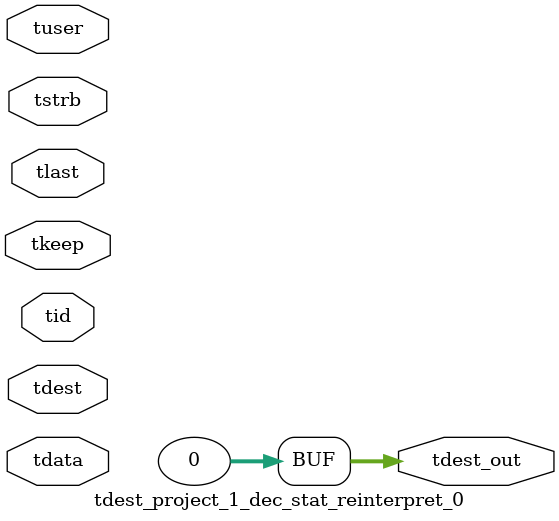
<source format=v>


`timescale 1ps/1ps

module tdest_project_1_dec_stat_reinterpret_0 #
(
parameter C_S_AXIS_TDATA_WIDTH = 32,
parameter C_S_AXIS_TUSER_WIDTH = 0,
parameter C_S_AXIS_TID_WIDTH   = 0,
parameter C_S_AXIS_TDEST_WIDTH = 0,
parameter C_M_AXIS_TDEST_WIDTH = 32
)
(
input  [(C_S_AXIS_TDATA_WIDTH == 0 ? 1 : C_S_AXIS_TDATA_WIDTH)-1:0     ] tdata,
input  [(C_S_AXIS_TUSER_WIDTH == 0 ? 1 : C_S_AXIS_TUSER_WIDTH)-1:0     ] tuser,
input  [(C_S_AXIS_TID_WIDTH   == 0 ? 1 : C_S_AXIS_TID_WIDTH)-1:0       ] tid,
input  [(C_S_AXIS_TDEST_WIDTH == 0 ? 1 : C_S_AXIS_TDEST_WIDTH)-1:0     ] tdest,
input  [(C_S_AXIS_TDATA_WIDTH/8)-1:0 ] tkeep,
input  [(C_S_AXIS_TDATA_WIDTH/8)-1:0 ] tstrb,
input                                                                    tlast,
output [C_M_AXIS_TDEST_WIDTH-1:0] tdest_out
);

assign tdest_out = {1'b0};

endmodule


</source>
